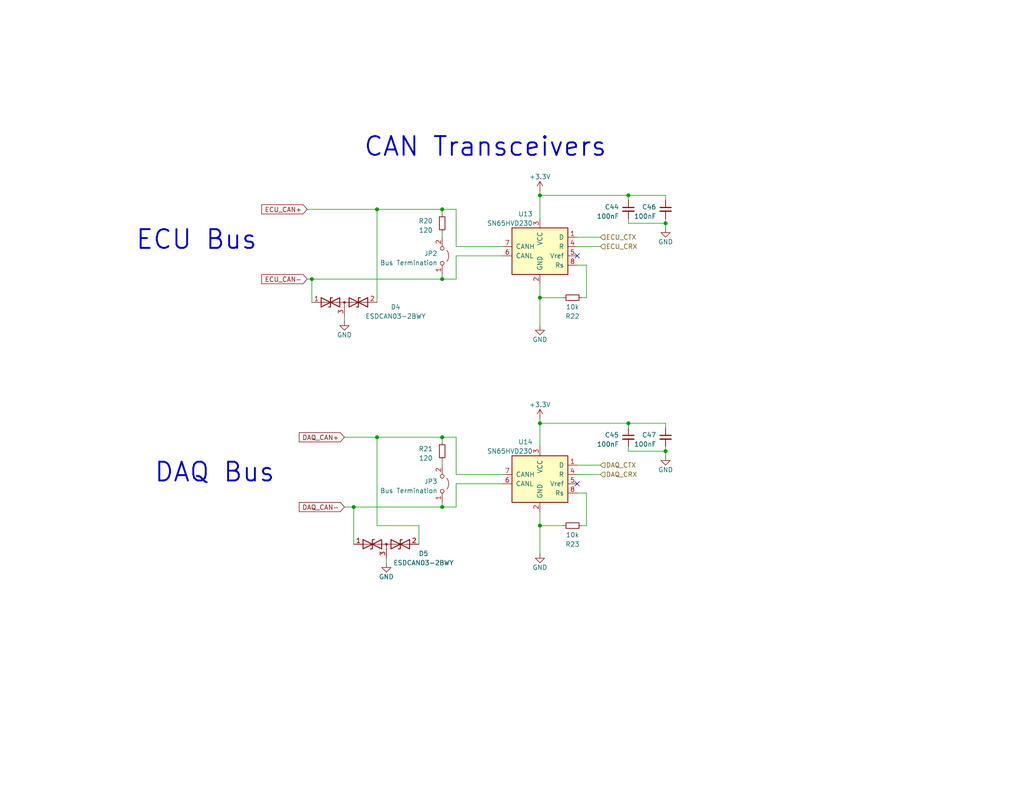
<source format=kicad_sch>
(kicad_sch (version 20250114) (generator "eeschema") (generator_version "9.0")
  (paper "USLetter")
  (title_block (title "SDM-24 Data Logger") (date "2024-01-20") (rev "v3.1") (company "Sun Devil Motorsports") (comment 1 "CAN transceivers circuitry"))
  (lib_symbols
    (symbol "Device:C_Small" (pin_numbers (hide yes)) (pin_names (offset 0.254) (hide yes))
      (property "Reference" "C" (at 0.254 1.778 0))
      (property "Value" "C_Small" (at 0.254 -2.032 0))
      (symbol "C_Small_0_1"
        (polyline (pts (xy -1.524 0.508) (xy 1.524 0.508)) (stroke (width 0.3048)))
        (polyline (pts (xy -1.524 -0.508) (xy 1.524 -0.508)) (stroke (width 0.3302)))
      )
      (symbol "C_Small_1_1"
        (pin passive line (at 0 2.54 270) (length 2.032) (name "~") (number "1"))
        (pin passive line (at 0 -2.54 90) (length 2.032) (name "~") (number "2"))
      )
    )
    (symbol "Device:D_TVS_Dual_AAC" (pin_names (offset 1.016) (hide yes))
      (property "Reference" "D" (at 0 4.445 0))
      (property "Value" "D_TVS_Dual_AAC" (at 0 2.54 0))
      (symbol "D_TVS_Dual_AAC_0_0"
        (polyline (pts (xy 0 -1.27) (xy 0 0)))
      )
      (symbol "D_TVS_Dual_AAC_0_1"
        (polyline (pts (xy -6.35 1.27) (xy -1.27 -1.27) (xy -1.27 1.27) (xy -6.35 -1.27) (xy -6.35 1.27)) (stroke (width 0.254)))
        (polyline (pts (xy -6.35 0) (xy 6.35 0)))
        (polyline (pts (xy -3.302 1.27) (xy -3.81 1.27) (xy -3.81 -1.27) (xy -4.318 -1.27)) (stroke (width 0.254)))
        (circle (center 0 0) (radius 0.254) (fill (type outline)))
        (polyline (pts (xy 4.318 1.27) (xy 3.81 1.27) (xy 3.81 -1.27) (xy 3.302 -1.27)) (stroke (width 0.254)))
        (polyline (pts (xy 6.35 1.27) (xy 1.27 -1.27) (xy 1.27 1.27) (xy 6.35 -1.27) (xy 6.35 1.27)) (stroke (width 0.254)))
      )
      (symbol "D_TVS_Dual_AAC_1_1"
        (pin passive line (at -8.89 0 0) (length 2.54) (name "A1") (number "1"))
        (pin input line (at 0 -3.81 90) (length 2.54) (name "common") (number "3"))
        (pin passive line (at 8.89 0 180) (length 2.54) (name "A2") (number "2"))
      )
    )
    (symbol "Device:R_Small" (pin_numbers (hide yes)) (pin_names (offset 0.254) (hide yes))
      (property "Reference" "R" (at 0.762 0.508 0))
      (property "Value" "R_Small" (at 0.762 -1.016 0))
      (symbol "R_Small_0_1"
        (rectangle (start -0.762 1.778) (end 0.762 -1.778) (stroke (width 0.2032)))
      )
      (symbol "R_Small_1_1"
        (pin passive line (at 0 2.54 270) (length 0.762) (name "~") (number "1"))
        (pin passive line (at 0 -2.54 90) (length 0.762) (name "~") (number "2"))
      )
    )
    (symbol "Interface_CAN_LIN:SN65HVD230" (pin_names (offset 1.016))
      (property "Reference" "U" (at -2.54 10.16 0))
      (property "Value" "SN65HVD230" (at -2.54 7.62 0))
      (symbol "SN65HVD230_0_1"
        (rectangle (start -7.62 5.08) (end 7.62 -7.62) (stroke (width 0.254)) (fill (type background)))
      )
      (symbol "SN65HVD230_1_1"
        (pin input line (at -10.16 2.54 0) (length 2.54) (name "D") (number "1"))
        (pin output line (at -10.16 0 0) (length 2.54) (name "R") (number "4"))
        (pin output line (at -10.16 -2.54 0) (length 2.54) (name "Vref") (number "5"))
        (pin input line (at -10.16 -5.08 0) (length 2.54) (name "Rs") (number "8"))
        (pin power_in line (at 0 7.62 270) (length 2.54) (name "VCC") (number "3"))
        (pin power_in line (at 0 -10.16 90) (length 2.54) (name "GND") (number "2"))
        (pin bidirectional line (at 10.16 0 180) (length 2.54) (name "CANH") (number "7"))
        (pin bidirectional line (at 10.16 -2.54 180) (length 2.54) (name "CANL") (number "6"))
      )
    )
    (symbol "Jumper:Jumper_2_Open" (pin_names (offset 0) (hide yes))
      (property "Reference" "JP" (at 0 2.794 0))
      (property "Value" "Jumper_2_Open" (at 0 -2.286 0))
      (symbol "Jumper_2_Open_0_0"
        (circle (center -2.032 0) (radius 0.508))
        (circle (center 2.032 0) (radius 0.508))
      )
      (symbol "Jumper_2_Open_0_1"
        (arc (start -1.524 1.27) (mid 0 1.778) (end 1.524 1.27))
      )
      (symbol "Jumper_2_Open_1_1"
        (pin passive line (at -5.08 0 0) (length 2.54) (name "A") (number "1"))
        (pin passive line (at 5.08 0 180) (length 2.54) (name "B") (number "2"))
      )
    )
    (symbol "power:+3.3V" (power) (pin_names (offset 0))
      (property "Value" "+3.3V" (at 0 3.556 0))
      (symbol "+3.3V_0_1"
        (polyline (pts (xy -0.762 1.27) (xy 0 2.54)))
        (polyline (pts (xy 0 2.54) (xy 0.762 1.27)))
        (polyline (pts (xy 0 0) (xy 0 2.54)))
      )
      (symbol "+3.3V_1_1"
        (pin power_in line (at 0 0 90) (length 0) (hide yes) (name "+3.3V") (number "1"))
      )
    )
    (symbol "power:GND" (power) (pin_names (offset 0))
      (property "Value" "GND" (at 0 -3.81 0))
      (symbol "GND_0_1"
        (polyline (pts (xy 0 0) (xy 0 -1.27) (xy 1.27 -1.27) (xy 0 -2.54) (xy -1.27 -1.27) (xy 0 -1.27)))
      )
      (symbol "GND_1_1"
        (pin power_in line (at 0 0 270) (length 0) (hide yes) (name "GND") (number "1"))
      )
    )
  )
  (text "DAQ Bus" (at 41.91 132.08 0) (effects (font (size 5.12 5.12) (thickness 0.51) (bold yes)) (justify left bottom)))
  (text "ECU Bus" (at 36.83 68.58 0) (effects (font (size 5.12 5.12) (thickness 0.51) (bold yes)) (justify left bottom)))
  (text "CAN Transceivers" (at 99.06 43.18 0) (effects (font (size 5.12 5.12) (thickness 0.51) (bold yes)) (justify left bottom)))
  (junction (at 171.45 115.57))
  (junction (at 96.52 138.43))
  (junction (at 147.32 53.34))
  (junction (at 147.32 115.57))
  (junction (at 102.87 119.38))
  (junction (at 147.32 143.51))
  (junction (at 181.61 123.19))
  (junction (at 120.65 119.38))
  (junction (at 120.65 76.2))
  (junction (at 147.32 81.28))
  (junction (at 171.45 53.34))
  (junction (at 120.65 57.15))
  (junction (at 102.87 57.15))
  (junction (at 181.61 60.96))
  (junction (at 120.65 138.43))
  (junction (at 85.09 76.2))
  (no_connect (at 157.48 132.08))
  (no_connect (at 157.48 69.85))
  (wire (pts (xy 171.45 54.61) (xy 171.45 53.34)))
  (wire (pts (xy 181.61 59.69) (xy 181.61 60.96)))
  (wire (pts (xy 124.46 76.2) (xy 120.65 76.2)))
  (wire (pts (xy 171.45 59.69) (xy 171.45 60.96)))
  (wire (pts (xy 102.87 143.51) (xy 102.87 119.38)))
  (wire (pts (xy 147.32 77.47) (xy 147.32 81.28)))
  (wire (pts (xy 85.09 76.2) (xy 120.65 76.2)))
  (wire (pts (xy 171.45 115.57) (xy 147.32 115.57)))
  (wire (pts (xy 120.65 137.16) (xy 120.65 138.43)))
  (wire (pts (xy 171.45 121.92) (xy 171.45 123.19)))
  (wire (pts (xy 93.98 119.38) (xy 102.87 119.38)))
  (wire (pts (xy 147.32 143.51) (xy 147.32 151.13)))
  (wire (pts (xy 153.67 81.28) (xy 147.32 81.28)))
  (wire (pts (xy 120.65 57.15) (xy 120.65 58.42)))
  (wire (pts (xy 147.32 53.34) (xy 147.32 59.69)))
  (wire (pts (xy 181.61 123.19) (xy 181.61 124.46)))
  (wire (pts (xy 96.52 138.43) (xy 96.52 148.59)))
  (wire (pts (xy 163.83 129.54) (xy 157.48 129.54)))
  (wire (pts (xy 147.32 114.3) (xy 147.32 115.57)))
  (wire (pts (xy 163.83 127) (xy 157.48 127)))
  (wire (pts (xy 181.61 121.92) (xy 181.61 123.19)))
  (wire (pts (xy 147.32 115.57) (xy 147.32 121.92)))
  (wire (pts (xy 105.41 152.4) (xy 105.41 153.67)))
  (wire (pts (xy 102.87 57.15) (xy 120.65 57.15)))
  (wire (pts (xy 147.32 139.7) (xy 147.32 143.51)))
  (wire (pts (xy 124.46 132.08) (xy 124.46 138.43)))
  (wire (pts (xy 181.61 116.84) (xy 181.61 115.57)))
  (wire (pts (xy 114.3 148.59) (xy 114.3 143.51)))
  (wire (pts (xy 83.82 57.15) (xy 102.87 57.15)))
  (wire (pts (xy 181.61 123.19) (xy 171.45 123.19)))
  (wire (pts (xy 137.16 132.08) (xy 124.46 132.08)))
  (wire (pts (xy 93.98 138.43) (xy 96.52 138.43)))
  (wire (pts (xy 163.83 67.31) (xy 157.48 67.31)))
  (wire (pts (xy 181.61 60.96) (xy 171.45 60.96)))
  (wire (pts (xy 160.02 72.39) (xy 160.02 81.28)))
  (wire (pts (xy 157.48 134.62) (xy 160.02 134.62)))
  (wire (pts (xy 171.45 116.84) (xy 171.45 115.57)))
  (wire (pts (xy 124.46 129.54) (xy 124.46 119.38)))
  (wire (pts (xy 96.52 138.43) (xy 120.65 138.43)))
  (wire (pts (xy 120.65 74.93) (xy 120.65 76.2)))
  (wire (pts (xy 160.02 81.28) (xy 158.75 81.28)))
  (wire (pts (xy 171.45 53.34) (xy 147.32 53.34)))
  (wire (pts (xy 120.65 125.73) (xy 120.65 127)))
  (wire (pts (xy 137.16 67.31) (xy 124.46 67.31)))
  (wire (pts (xy 83.82 76.2) (xy 85.09 76.2)))
  (wire (pts (xy 157.48 72.39) (xy 160.02 72.39)))
  (wire (pts (xy 102.87 57.15) (xy 102.87 82.55)))
  (wire (pts (xy 114.3 143.51) (xy 102.87 143.51)))
  (wire (pts (xy 153.67 143.51) (xy 147.32 143.51)))
  (wire (pts (xy 124.46 119.38) (xy 120.65 119.38)))
  (wire (pts (xy 124.46 67.31) (xy 124.46 57.15)))
  (wire (pts (xy 147.32 52.07) (xy 147.32 53.34)))
  (wire (pts (xy 85.09 76.2) (xy 85.09 82.55)))
  (wire (pts (xy 147.32 81.28) (xy 147.32 88.9)))
  (wire (pts (xy 160.02 134.62) (xy 160.02 143.51)))
  (wire (pts (xy 124.46 69.85) (xy 124.46 76.2)))
  (wire (pts (xy 137.16 129.54) (xy 124.46 129.54)))
  (wire (pts (xy 181.61 60.96) (xy 181.61 62.23)))
  (wire (pts (xy 124.46 57.15) (xy 120.65 57.15)))
  (wire (pts (xy 120.65 119.38) (xy 120.65 120.65)))
  (wire (pts (xy 181.61 53.34) (xy 171.45 53.34)))
  (wire (pts (xy 102.87 119.38) (xy 120.65 119.38)))
  (wire (pts (xy 181.61 54.61) (xy 181.61 53.34)))
  (wire (pts (xy 160.02 143.51) (xy 158.75 143.51)))
  (wire (pts (xy 137.16 69.85) (xy 124.46 69.85)))
  (wire (pts (xy 120.65 63.5) (xy 120.65 64.77)))
  (wire (pts (xy 181.61 115.57) (xy 171.45 115.57)))
  (wire (pts (xy 124.46 138.43) (xy 120.65 138.43)))
  (wire (pts (xy 93.98 86.36) (xy 93.98 87.63)))
  (wire (pts (xy 163.83 64.77) (xy 157.48 64.77)))
  (global_label "ECU_CAN+" (shape input) (at 83.82 57.15 180) (property "Intersheetrefs" "${INTERSHEET_REFS}" (effects (hide yes))))
  (global_label "DAQ_CAN-" (shape input) (at 93.98 138.43 180) (property "Intersheetrefs" "${INTERSHEET_REFS}" (effects (hide yes))))
  (global_label "ECU_CAN-" (shape input) (at 83.82 76.2 180) (property "Intersheetrefs" "${INTERSHEET_REFS}" (effects (hide yes))))
  (global_label "DAQ_CAN+" (shape input) (at 93.98 119.38 180) (property "Intersheetrefs" "${INTERSHEET_REFS}" (effects (hide yes))))
  (hierarchical_label "DAQ_CTX" (shape input) (at 163.83 127 0))
  (hierarchical_label "DAQ_CRX" (shape input) (at 163.83 129.54 0))
  (hierarchical_label "ECU_CTX" (shape input) (at 163.83 64.77 0))
  (hierarchical_label "ECU_CRX" (shape input) (at 163.83 67.31 0))
  (symbol (lib_id "Device:D_TVS_Dual_AAC") (at 93.98 82.55 0) (unit 1)
    (property "Reference" "D4" (at 107.95 83.82 0))
    (property "Value" "ESDCAN03-2BWY" (at 107.95 86.36 0))
    (property "Footprint" "Package_TO_SOT_SMD:SOT-323_SC-70" (effects (hide yes)))
  )
  (symbol (lib_id "Interface_CAN_LIN:SN65HVD230") (at 147.32 129.54 0) (mirror y) (unit 1)
    (property "Reference" "U14" (at 145.3641 120.65 0) (effects (justify left)))
    (property "Value" "SN65HVD230" (at 145.3641 123.19 0) (effects (justify left)))
    (property "Footprint" "Package_SO:SOIC-8_3.9x4.9mm_P1.27mm" (effects (hide yes)))
    (property "Datasheet" "http://www.ti.com/lit/ds/symlink/sn65hvd230.pdf" (effects (hide yes)))
  )
  (symbol (lib_id "Interface_CAN_LIN:SN65HVD230") (at 147.32 67.31 0) (mirror y) (unit 1)
    (property "Reference" "U13" (at 145.3641 58.42 0) (effects (justify left)))
    (property "Value" "SN65HVD230" (at 145.3641 60.96 0) (effects (justify left)))
    (property "Footprint" "Package_SO:SOIC-8_3.9x4.9mm_P1.27mm" (effects (hide yes)))
    (property "Datasheet" "http://www.ti.com/lit/ds/symlink/sn65hvd230.pdf" (effects (hide yes)))
  )
  (symbol (lib_id "Device:C_Small") (at 171.45 119.38 0) (mirror y) (unit 1)
    (property "Reference" "C45" (at 168.91 118.7513 0) (effects (justify left)))
    (property "Value" "100nF" (at 168.91 121.2913 0) (effects (justify left)))
    (property "Footprint" "Capacitor_SMD:C_0402_1005Metric" (effects (hide yes)))
  )
  (symbol (lib_id "Device:R_Small") (at 120.65 60.96 0) (mirror y) (unit 1)
    (property "Reference" "R20" (at 118.11 60.325 0) (effects (justify left)))
    (property "Value" "120" (at 118.11 62.865 0) (effects (justify left)))
    (property "Footprint" "Resistor_SMD:R_0402_1005Metric" (effects (hide yes)))
  )
  (symbol (lib_id "Device:R_Small") (at 156.21 143.51 90) (mirror x) (unit 1)
    (property "Reference" "R23" (at 156.21 148.59 90))
    (property "Value" "10k" (at 156.21 146.05 90))
    (property "Footprint" "Resistor_SMD:R_0603_1608Metric" (effects (hide yes)))
  )
  (symbol (lib_id "Device:R_Small") (at 156.21 81.28 90) (mirror x) (unit 1)
    (property "Reference" "R22" (at 156.21 86.36 90))
    (property "Value" "10k" (at 156.21 83.82 90))
    (property "Footprint" "Resistor_SMD:R_0603_1608Metric" (effects (hide yes)))
  )
  (symbol (lib_id "power:+3.3V") (at 147.32 52.07 0) (mirror y) (unit 1)
    (property "Reference" "#PWR065" (effects (hide yes)))
    (property "Value" "+3.3V" (at 147.32 48.26 0))
  )
  (symbol (lib_id "Device:R_Small") (at 120.65 123.19 0) (mirror y) (unit 1)
    (property "Reference" "R21" (at 118.11 122.555 0) (effects (justify left)))
    (property "Value" "120" (at 118.11 125.095 0) (effects (justify left)))
    (property "Footprint" "Resistor_SMD:R_0402_1005Metric" (effects (hide yes)))
  )
  (symbol (lib_id "power:GND") (at 181.61 62.23 0) (mirror y) (unit 1)
    (property "Reference" "#PWR069" (effects (hide yes)))
    (property "Value" "GND" (at 181.61 66.04 0))
  )
  (symbol (lib_id "Jumper:Jumper_2_Open") (at 120.65 69.85 270) (mirror x) (unit 1)
    (property "Reference" "JP2" (at 119.38 69.215 90) (effects (justify right)))
    (property "Value" "Bus Termination" (at 119.38 71.755 90) (effects (justify right)))
    (property "Footprint" "Connector_PinHeader_2.54mm:PinHeader_1x02_P2.54mm_Vertical" (effects (hide yes)))
  )
  (symbol (lib_id "power:+3.3V") (at 147.32 114.3 0) (mirror y) (unit 1)
    (property "Reference" "#PWR067" (effects (hide yes)))
    (property "Value" "+3.3V" (at 147.32 110.49 0))
  )
  (symbol (lib_id "power:GND") (at 181.61 124.46 0) (mirror y) (unit 1)
    (property "Reference" "#PWR070" (effects (hide yes)))
    (property "Value" "GND" (at 181.61 128.27 0))
  )
  (symbol (lib_id "Device:C_Small") (at 171.45 57.15 0) (mirror y) (unit 1)
    (property "Reference" "C44" (at 168.91 56.5213 0) (effects (justify left)))
    (property "Value" "100nF" (at 168.91 59.0613 0) (effects (justify left)))
    (property "Footprint" "Capacitor_SMD:C_0402_1005Metric" (effects (hide yes)))
  )
  (symbol (lib_id "Jumper:Jumper_2_Open") (at 120.65 132.08 270) (mirror x) (unit 1)
    (property "Reference" "JP3" (at 119.38 131.445 90) (effects (justify right)))
    (property "Value" "Bus Termination" (at 119.38 133.985 90) (effects (justify right)))
    (property "Footprint" "Connector_PinHeader_2.54mm:PinHeader_1x02_P2.54mm_Vertical" (effects (hide yes)))
  )
  (symbol (lib_id "Device:C_Small") (at 181.61 57.15 0) (mirror y) (unit 1)
    (property "Reference" "C46" (at 179.07 56.5213 0) (effects (justify left)))
    (property "Value" "100nF" (at 179.07 59.0613 0) (effects (justify left)))
    (property "Footprint" "Capacitor_SMD:C_0402_1005Metric" (effects (hide yes)))
  )
  (symbol (lib_id "power:GND") (at 93.98 87.63 0) (mirror y) (unit 1)
    (property "Reference" "#PWR063" (effects (hide yes)))
    (property "Value" "GND" (at 93.98 91.44 0))
  )
  (symbol (lib_id "power:GND") (at 147.32 151.13 0) (mirror y) (unit 1)
    (property "Reference" "#PWR068" (effects (hide yes)))
    (property "Value" "GND" (at 147.32 154.94 0))
  )
  (symbol (lib_id "power:GND") (at 105.41 153.67 0) (mirror y) (unit 1)
    (property "Reference" "#PWR064" (effects (hide yes)))
    (property "Value" "GND" (at 105.41 157.48 0))
  )
  (symbol (lib_id "Device:D_TVS_Dual_AAC") (at 105.41 148.59 0) (unit 1)
    (property "Reference" "D5" (at 115.57 151.13 0))
    (property "Value" "ESDCAN03-2BWY" (at 115.57 153.67 0))
    (property "Footprint" "Package_TO_SOT_SMD:SOT-323_SC-70" (effects (hide yes)))
  )
  (symbol (lib_id "Device:C_Small") (at 181.61 119.38 0) (mirror y) (unit 1)
    (property "Reference" "C47" (at 179.07 118.7513 0) (effects (justify left)))
    (property "Value" "100nF" (at 179.07 121.2913 0) (effects (justify left)))
    (property "Footprint" "Capacitor_SMD:C_0402_1005Metric" (effects (hide yes)))
  )
  (symbol (lib_id "power:GND") (at 147.32 88.9 0) (mirror y) (unit 1)
    (property "Reference" "#PWR066" (effects (hide yes)))
    (property "Value" "GND" (at 147.32 92.71 0))
  )
)
</source>
